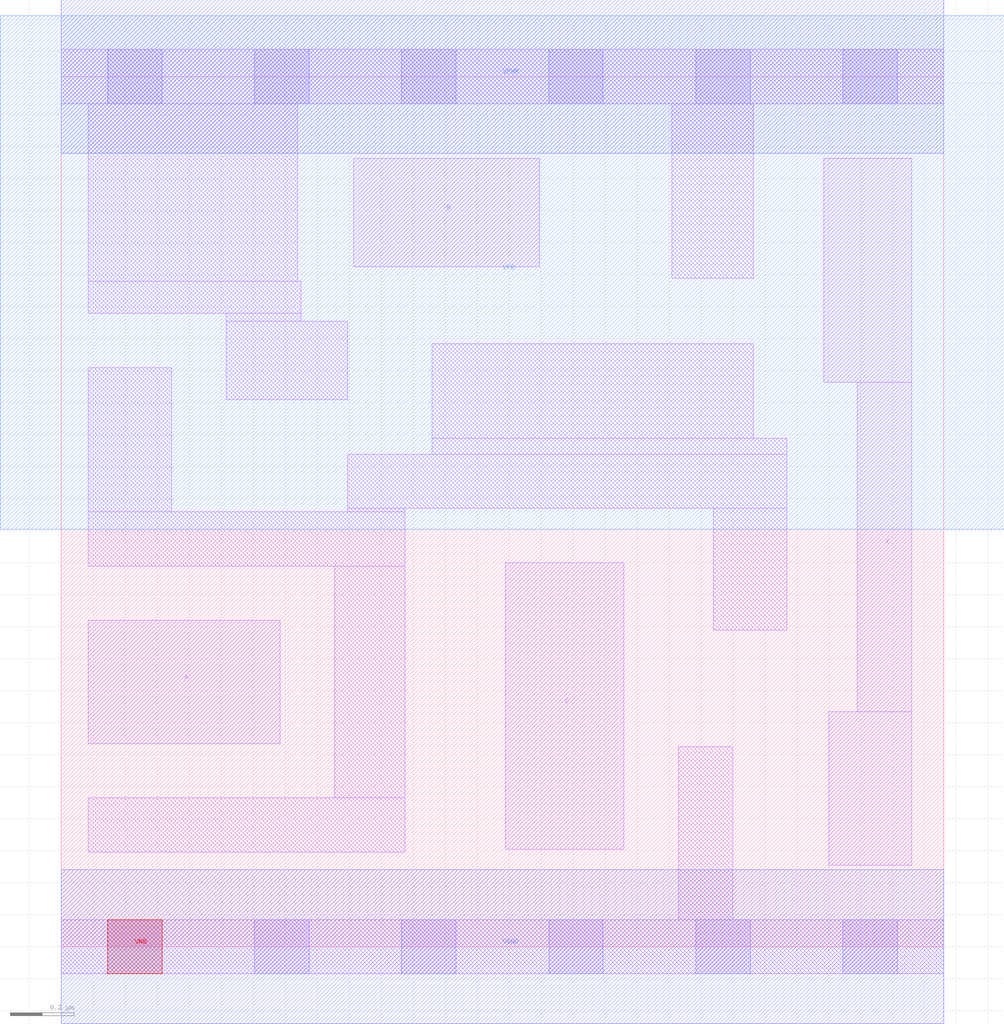
<source format=lef>
# Copyright 2020 The SkyWater PDK Authors
#
# Licensed under the Apache License, Version 2.0 (the "License");
# you may not use this file except in compliance with the License.
# You may obtain a copy of the License at
#
#     https://www.apache.org/licenses/LICENSE-2.0
#
# Unless required by applicable law or agreed to in writing, software
# distributed under the License is distributed on an "AS IS" BASIS,
# WITHOUT WARRANTIES OR CONDITIONS OF ANY KIND, either express or implied.
# See the License for the specific language governing permissions and
# limitations under the License.
#
# SPDX-License-Identifier: Apache-2.0

VERSION 5.7 ;
  NOWIREEXTENSIONATPIN ON ;
  DIVIDERCHAR "/" ;
  BUSBITCHARS "[]" ;
PROPERTYDEFINITIONS
  MACRO maskLayoutSubType STRING ;
  MACRO prCellType STRING ;
  MACRO originalViewName STRING ;
END PROPERTYDEFINITIONS
MACRO sky130_fd_sc_hdll__and3_1
  CLASS CORE ;
  FOREIGN sky130_fd_sc_hdll__and3_1 ;
  ORIGIN  0.000000  0.000000 ;
  SIZE  2.760000 BY  2.720000 ;
  SYMMETRY X Y R90 ;
  SITE unithd ;
  PIN A
    ANTENNAGATEAREA  0.138600 ;
    DIRECTION INPUT ;
    USE SIGNAL ;
    PORT
      LAYER li1 ;
        RECT 0.085000 0.635000 0.685000 1.020000 ;
    END
  END A
  PIN B
    ANTENNAGATEAREA  0.138600 ;
    DIRECTION INPUT ;
    USE SIGNAL ;
    PORT
      LAYER li1 ;
        RECT 0.915000 2.125000 1.495000 2.465000 ;
    END
  END B
  PIN C
    ANTENNAGATEAREA  0.138600 ;
    DIRECTION INPUT ;
    USE SIGNAL ;
    PORT
      LAYER li1 ;
        RECT 1.390000 0.305000 1.760000 1.200000 ;
    END
  END C
  PIN VGND
    ANTENNADIFFAREA  0.258000 ;
    DIRECTION INOUT ;
    USE SIGNAL ;
    PORT
      LAYER met1 ;
        RECT 0.000000 -0.240000 2.760000 0.240000 ;
    END
  END VGND
  PIN VNB
    PORT
      LAYER pwell ;
        RECT 0.145000 -0.085000 0.315000 0.085000 ;
    END
  END VNB
  PIN VPB
    PORT
      LAYER nwell ;
        RECT -0.190000 1.305000 2.950000 2.910000 ;
    END
  END VPB
  PIN VPWR
    ANTENNADIFFAREA  0.454800 ;
    DIRECTION INOUT ;
    USE SIGNAL ;
    PORT
      LAYER met1 ;
        RECT 0.000000 2.480000 2.760000 2.960000 ;
    END
  END VPWR
  PIN X
    ANTENNADIFFAREA  0.439000 ;
    DIRECTION OUTPUT ;
    USE SIGNAL ;
    PORT
      LAYER li1 ;
        RECT 2.385000 1.765000 2.660000 2.465000 ;
        RECT 2.400000 0.255000 2.660000 0.735000 ;
        RECT 2.490000 0.735000 2.660000 1.765000 ;
    END
  END X
  OBS
    LAYER li1 ;
      RECT 0.000000 -0.085000 2.760000 0.085000 ;
      RECT 0.000000  2.635000 2.760000 2.805000 ;
      RECT 0.085000  0.295000 1.075000 0.465000 ;
      RECT 0.085000  1.190000 1.075000 1.360000 ;
      RECT 0.085000  1.360000 0.345000 1.810000 ;
      RECT 0.085000  1.980000 0.750000 2.080000 ;
      RECT 0.085000  2.080000 0.740000 2.635000 ;
      RECT 0.515000  1.710000 0.895000 1.955000 ;
      RECT 0.515000  1.955000 0.750000 1.980000 ;
      RECT 0.855000  0.465000 1.075000 1.190000 ;
      RECT 0.895000  1.360000 1.075000 1.370000 ;
      RECT 0.895000  1.370000 2.270000 1.540000 ;
      RECT 1.160000  1.540000 2.270000 1.590000 ;
      RECT 1.160000  1.590000 2.165000 1.885000 ;
      RECT 1.910000  2.090000 2.165000 2.635000 ;
      RECT 1.930000  0.085000 2.100000 0.625000 ;
      RECT 2.040000  0.990000 2.270000 1.370000 ;
    LAYER mcon ;
      RECT 0.145000 -0.085000 0.315000 0.085000 ;
      RECT 0.145000  2.635000 0.315000 2.805000 ;
      RECT 0.605000 -0.085000 0.775000 0.085000 ;
      RECT 0.605000  2.635000 0.775000 2.805000 ;
      RECT 1.065000 -0.085000 1.235000 0.085000 ;
      RECT 1.065000  2.635000 1.235000 2.805000 ;
      RECT 1.525000 -0.085000 1.695000 0.085000 ;
      RECT 1.525000  2.635000 1.695000 2.805000 ;
      RECT 1.985000 -0.085000 2.155000 0.085000 ;
      RECT 1.985000  2.635000 2.155000 2.805000 ;
      RECT 2.445000 -0.085000 2.615000 0.085000 ;
      RECT 2.445000  2.635000 2.615000 2.805000 ;
  END
  PROPERTY maskLayoutSubType "abstract" ;
  PROPERTY prCellType "standard" ;
  PROPERTY originalViewName "layout" ;
END sky130_fd_sc_hdll__and3_1
END LIBRARY

</source>
